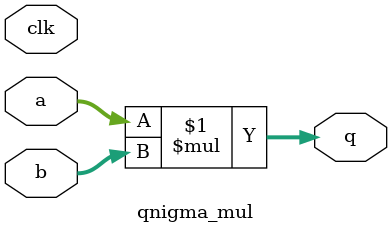
<source format=sv>
module qnigma_mul #(
  parameter int W = 16,
  parameter bit R = 0
)
(
  input  logic           clk,
  input  logic [W-1:0]   a,
  input  logic [W-1:0]   b,
  output logic [2*W-1:0] q
);
  
  generate
    if (R == 0) begin : gen_comb
      assign q = a * b;
    end
    else if (R == 1) begin : gen_ff
      always_ff @ (posedge clk) q <= a * b;
    end
  endgenerate

  // always_comb begin
  //   c = s[2*W-1:0];
  //   z = s[  W-1:0];
  // end

endmodule

</source>
